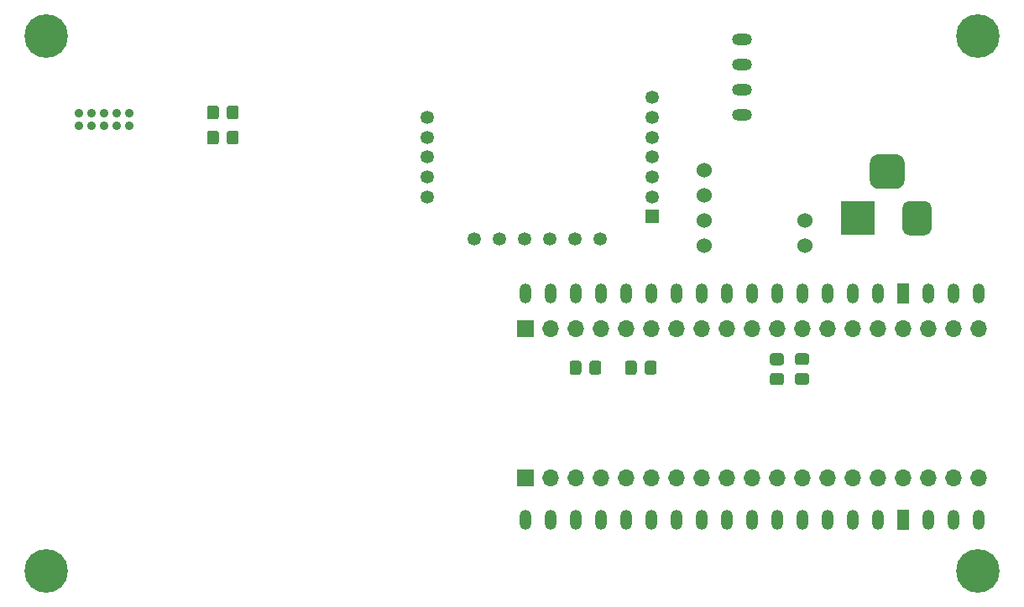
<source format=gbs>
G04 #@! TF.GenerationSoftware,KiCad,Pcbnew,5.1.10*
G04 #@! TF.CreationDate,2021-11-28T23:53:09+08:00*
G04 #@! TF.ProjectId,air_mon2,6169725f-6d6f-46e3-922e-6b696361645f,rev?*
G04 #@! TF.SameCoordinates,Original*
G04 #@! TF.FileFunction,Soldermask,Bot*
G04 #@! TF.FilePolarity,Negative*
%FSLAX46Y46*%
G04 Gerber Fmt 4.6, Leading zero omitted, Abs format (unit mm)*
G04 Created by KiCad (PCBNEW 5.1.10) date 2021-11-28 23:53:09*
%MOMM*%
%LPD*%
G01*
G04 APERTURE LIST*
%ADD10O,1.200000X2.000000*%
%ADD11R,1.200000X2.000000*%
%ADD12O,2.000000X1.200000*%
%ADD13C,1.524000*%
%ADD14R,3.500000X3.500000*%
%ADD15C,1.350000*%
%ADD16R,1.350000X1.350000*%
%ADD17R,1.700000X1.700000*%
%ADD18O,1.700000X1.700000*%
%ADD19C,4.400000*%
%ADD20C,0.870000*%
G04 APERTURE END LIST*
D10*
X130673000Y-87107000D03*
X130673000Y-109967000D03*
X133213000Y-87107000D03*
X133213000Y-109967000D03*
X135753000Y-87107000D03*
X135753000Y-109967000D03*
X138293000Y-87107000D03*
X138293000Y-109967000D03*
X140833000Y-87107000D03*
X140833000Y-109967000D03*
X143373000Y-87107000D03*
X143373000Y-109967000D03*
X145913000Y-87107000D03*
X145913000Y-109967000D03*
X148453000Y-87107000D03*
X148453000Y-109967000D03*
X150993000Y-87107000D03*
X150993000Y-109967000D03*
X153533000Y-87107000D03*
X153533000Y-109967000D03*
X156073000Y-87107000D03*
X156073000Y-109967000D03*
X158613000Y-87107000D03*
X158613000Y-109967000D03*
X161153000Y-87107000D03*
X161153000Y-109967000D03*
X163693000Y-87107000D03*
X163693000Y-109967000D03*
X166233000Y-87107000D03*
X166233000Y-109967000D03*
D11*
X168773000Y-87107000D03*
X168773000Y-109967000D03*
D10*
X171313000Y-87107000D03*
X171313000Y-109967000D03*
X173853000Y-87107000D03*
X173853000Y-109967000D03*
X176393000Y-87107000D03*
X176393000Y-109967000D03*
D12*
X152517000Y-69073000D03*
X152517000Y-66533000D03*
X152517000Y-63993000D03*
X152517000Y-61453000D03*
D13*
X158867000Y-79741000D03*
X158867000Y-82281000D03*
X148707000Y-82281000D03*
X148707000Y-79741000D03*
X148707000Y-77201000D03*
X148707000Y-74661000D03*
G36*
G01*
X156523001Y-96343000D02*
X155622999Y-96343000D01*
G75*
G02*
X155373000Y-96093001I0J249999D01*
G01*
X155373000Y-95392999D01*
G75*
G02*
X155622999Y-95143000I249999J0D01*
G01*
X156523001Y-95143000D01*
G75*
G02*
X156773000Y-95392999I0J-249999D01*
G01*
X156773000Y-96093001D01*
G75*
G02*
X156523001Y-96343000I-249999J0D01*
G01*
G37*
G36*
G01*
X156523001Y-94343000D02*
X155622999Y-94343000D01*
G75*
G02*
X155373000Y-94093001I0J249999D01*
G01*
X155373000Y-93392999D01*
G75*
G02*
X155622999Y-93143000I249999J0D01*
G01*
X156523001Y-93143000D01*
G75*
G02*
X156773000Y-93392999I0J-249999D01*
G01*
X156773000Y-94093001D01*
G75*
G02*
X156523001Y-94343000I-249999J0D01*
G01*
G37*
G36*
G01*
X159063001Y-96327000D02*
X158162999Y-96327000D01*
G75*
G02*
X157913000Y-96077001I0J249999D01*
G01*
X157913000Y-95376999D01*
G75*
G02*
X158162999Y-95127000I249999J0D01*
G01*
X159063001Y-95127000D01*
G75*
G02*
X159313000Y-95376999I0J-249999D01*
G01*
X159313000Y-96077001D01*
G75*
G02*
X159063001Y-96327000I-249999J0D01*
G01*
G37*
G36*
G01*
X159063001Y-94327000D02*
X158162999Y-94327000D01*
G75*
G02*
X157913000Y-94077001I0J249999D01*
G01*
X157913000Y-93376999D01*
G75*
G02*
X158162999Y-93127000I249999J0D01*
G01*
X159063001Y-93127000D01*
G75*
G02*
X159313000Y-93376999I0J-249999D01*
G01*
X159313000Y-94077001D01*
G75*
G02*
X159063001Y-94327000I-249999J0D01*
G01*
G37*
G36*
G01*
X100577000Y-71809001D02*
X100577000Y-70908999D01*
G75*
G02*
X100826999Y-70659000I249999J0D01*
G01*
X101527001Y-70659000D01*
G75*
G02*
X101777000Y-70908999I0J-249999D01*
G01*
X101777000Y-71809001D01*
G75*
G02*
X101527001Y-72059000I-249999J0D01*
G01*
X100826999Y-72059000D01*
G75*
G02*
X100577000Y-71809001I0J249999D01*
G01*
G37*
G36*
G01*
X98577000Y-71809001D02*
X98577000Y-70908999D01*
G75*
G02*
X98826999Y-70659000I249999J0D01*
G01*
X99527001Y-70659000D01*
G75*
G02*
X99777000Y-70908999I0J-249999D01*
G01*
X99777000Y-71809001D01*
G75*
G02*
X99527001Y-72059000I-249999J0D01*
G01*
X98826999Y-72059000D01*
G75*
G02*
X98577000Y-71809001I0J249999D01*
G01*
G37*
G36*
G01*
X98577000Y-69269001D02*
X98577000Y-68368999D01*
G75*
G02*
X98826999Y-68119000I249999J0D01*
G01*
X99527001Y-68119000D01*
G75*
G02*
X99777000Y-68368999I0J-249999D01*
G01*
X99777000Y-69269001D01*
G75*
G02*
X99527001Y-69519000I-249999J0D01*
G01*
X98826999Y-69519000D01*
G75*
G02*
X98577000Y-69269001I0J249999D01*
G01*
G37*
G36*
G01*
X100577000Y-69269001D02*
X100577000Y-68368999D01*
G75*
G02*
X100826999Y-68119000I249999J0D01*
G01*
X101527001Y-68119000D01*
G75*
G02*
X101777000Y-68368999I0J-249999D01*
G01*
X101777000Y-69269001D01*
G75*
G02*
X101527001Y-69519000I-249999J0D01*
G01*
X100826999Y-69519000D01*
G75*
G02*
X100577000Y-69269001I0J249999D01*
G01*
G37*
G36*
G01*
X168951000Y-73912000D02*
X168951000Y-75662000D01*
G75*
G02*
X168076000Y-76537000I-875000J0D01*
G01*
X166326000Y-76537000D01*
G75*
G02*
X165451000Y-75662000I0J875000D01*
G01*
X165451000Y-73912000D01*
G75*
G02*
X166326000Y-73037000I875000J0D01*
G01*
X168076000Y-73037000D01*
G75*
G02*
X168951000Y-73912000I0J-875000D01*
G01*
G37*
G36*
G01*
X171701000Y-78487000D02*
X171701000Y-80487000D01*
G75*
G02*
X170951000Y-81237000I-750000J0D01*
G01*
X169451000Y-81237000D01*
G75*
G02*
X168701000Y-80487000I0J750000D01*
G01*
X168701000Y-78487000D01*
G75*
G02*
X169451000Y-77737000I750000J0D01*
G01*
X170951000Y-77737000D01*
G75*
G02*
X171701000Y-78487000I0J-750000D01*
G01*
G37*
D14*
X164201000Y-79487000D03*
G36*
G01*
X140741000Y-95050001D02*
X140741000Y-94149999D01*
G75*
G02*
X140990999Y-93900000I249999J0D01*
G01*
X141691001Y-93900000D01*
G75*
G02*
X141941000Y-94149999I0J-249999D01*
G01*
X141941000Y-95050001D01*
G75*
G02*
X141691001Y-95300000I-249999J0D01*
G01*
X140990999Y-95300000D01*
G75*
G02*
X140741000Y-95050001I0J249999D01*
G01*
G37*
G36*
G01*
X142741000Y-95050001D02*
X142741000Y-94149999D01*
G75*
G02*
X142990999Y-93900000I249999J0D01*
G01*
X143691001Y-93900000D01*
G75*
G02*
X143941000Y-94149999I0J-249999D01*
G01*
X143941000Y-95050001D01*
G75*
G02*
X143691001Y-95300000I-249999J0D01*
G01*
X142990999Y-95300000D01*
G75*
G02*
X142741000Y-95050001I0J249999D01*
G01*
G37*
G36*
G01*
X138353000Y-94149999D02*
X138353000Y-95050001D01*
G75*
G02*
X138103001Y-95300000I-249999J0D01*
G01*
X137402999Y-95300000D01*
G75*
G02*
X137153000Y-95050001I0J249999D01*
G01*
X137153000Y-94149999D01*
G75*
G02*
X137402999Y-93900000I249999J0D01*
G01*
X138103001Y-93900000D01*
G75*
G02*
X138353000Y-94149999I0J-249999D01*
G01*
G37*
G36*
G01*
X136353000Y-94149999D02*
X136353000Y-95050001D01*
G75*
G02*
X136103001Y-95300000I-249999J0D01*
G01*
X135402999Y-95300000D01*
G75*
G02*
X135153000Y-95050001I0J249999D01*
G01*
X135153000Y-94149999D01*
G75*
G02*
X135402999Y-93900000I249999J0D01*
G01*
X136103001Y-93900000D01*
G75*
G02*
X136353000Y-94149999I0J-249999D01*
G01*
G37*
D15*
X120768000Y-69320001D03*
X120768000Y-71320001D03*
X120768000Y-73320001D03*
X120768000Y-75320001D03*
X120768000Y-77320001D03*
X143468000Y-67320001D03*
X143468000Y-69320001D03*
X143468000Y-71320001D03*
X143468000Y-73320001D03*
X143468000Y-75320001D03*
X143468000Y-77320001D03*
D16*
X143468000Y-79320001D03*
D15*
X125568000Y-81550001D03*
X130648000Y-81550001D03*
X128108000Y-81550001D03*
X133188000Y-81550001D03*
X135728000Y-81550001D03*
X138268000Y-81550001D03*
D17*
X130673000Y-90663000D03*
D18*
X133213000Y-90663000D03*
X135753000Y-90663000D03*
X138293000Y-90663000D03*
X140833000Y-90663000D03*
X143373000Y-90663000D03*
X145913000Y-90663000D03*
X148453000Y-90663000D03*
X150993000Y-90663000D03*
X153533000Y-90663000D03*
X156073000Y-90663000D03*
X158613000Y-90663000D03*
X161153000Y-90663000D03*
X163693000Y-90663000D03*
X166233000Y-90663000D03*
X168773000Y-90663000D03*
X171313000Y-90663000D03*
X173853000Y-90663000D03*
X176393000Y-90663000D03*
D19*
X82365000Y-61095000D03*
X176365000Y-61095000D03*
X82365000Y-115095000D03*
X176365000Y-115095000D03*
D17*
X130673000Y-105680001D03*
D18*
X133213000Y-105680001D03*
X135753000Y-105680001D03*
X138293000Y-105680001D03*
X140833000Y-105680001D03*
X143373000Y-105680001D03*
X145913000Y-105680001D03*
X148453000Y-105680001D03*
X150993000Y-105680001D03*
X153533000Y-105680001D03*
X156073000Y-105680001D03*
X158613000Y-105680001D03*
X161153000Y-105680001D03*
X163693000Y-105680001D03*
X166233000Y-105680001D03*
X168773000Y-105680001D03*
X171313000Y-105680001D03*
X173853000Y-105680001D03*
X176393000Y-105680001D03*
D20*
X85690000Y-68850001D03*
X85690000Y-70120001D03*
X86960000Y-68850001D03*
X86960000Y-70120001D03*
X88230000Y-68850001D03*
X88230000Y-70120001D03*
X89500000Y-68850001D03*
X89500000Y-70120001D03*
X90770000Y-68850001D03*
X90770000Y-70120001D03*
M02*

</source>
